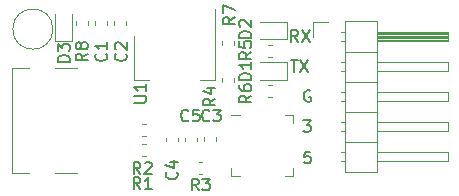
<source format=gbr>
%TF.GenerationSoftware,KiCad,Pcbnew,(5.1.6)-1*%
%TF.CreationDate,2020-07-24T23:52:19+08:00*%
%TF.ProjectId,USB_UART_CP2102,5553425f-5541-4525-945f-435032313032,rev?*%
%TF.SameCoordinates,Original*%
%TF.FileFunction,Legend,Top*%
%TF.FilePolarity,Positive*%
%FSLAX46Y46*%
G04 Gerber Fmt 4.6, Leading zero omitted, Abs format (unit mm)*
G04 Created by KiCad (PCBNEW (5.1.6)-1) date 2020-07-24 23:52:19*
%MOMM*%
%LPD*%
G01*
G04 APERTURE LIST*
%ADD10C,0.150000*%
%ADD11C,0.120000*%
G04 APERTURE END LIST*
D10*
X144344333Y-97244380D02*
X144011000Y-96768190D01*
X143772904Y-97244380D02*
X143772904Y-96244380D01*
X144153857Y-96244380D01*
X144249095Y-96292000D01*
X144296714Y-96339619D01*
X144344333Y-96434857D01*
X144344333Y-96577714D01*
X144296714Y-96672952D01*
X144249095Y-96720571D01*
X144153857Y-96768190D01*
X143772904Y-96768190D01*
X144677666Y-96244380D02*
X145344333Y-97244380D01*
X145344333Y-96244380D02*
X144677666Y-97244380D01*
X143749095Y-98784380D02*
X144320523Y-98784380D01*
X144034809Y-99784380D02*
X144034809Y-98784380D01*
X144558619Y-98784380D02*
X145225285Y-99784380D01*
X145225285Y-98784380D02*
X144558619Y-99784380D01*
X145407904Y-101372000D02*
X145312666Y-101324380D01*
X145169809Y-101324380D01*
X145026952Y-101372000D01*
X144931714Y-101467238D01*
X144884095Y-101562476D01*
X144836476Y-101752952D01*
X144836476Y-101895809D01*
X144884095Y-102086285D01*
X144931714Y-102181523D01*
X145026952Y-102276761D01*
X145169809Y-102324380D01*
X145265047Y-102324380D01*
X145407904Y-102276761D01*
X145455523Y-102229142D01*
X145455523Y-101895809D01*
X145265047Y-101895809D01*
X144812666Y-103864380D02*
X145431714Y-103864380D01*
X145098380Y-104245333D01*
X145241238Y-104245333D01*
X145336476Y-104292952D01*
X145384095Y-104340571D01*
X145431714Y-104435809D01*
X145431714Y-104673904D01*
X145384095Y-104769142D01*
X145336476Y-104816761D01*
X145241238Y-104864380D01*
X144955523Y-104864380D01*
X144860285Y-104816761D01*
X144812666Y-104769142D01*
X145384095Y-106531380D02*
X144907904Y-106531380D01*
X144860285Y-107007571D01*
X144907904Y-106959952D01*
X145003142Y-106912333D01*
X145241238Y-106912333D01*
X145336476Y-106959952D01*
X145384095Y-107007571D01*
X145431714Y-107102809D01*
X145431714Y-107340904D01*
X145384095Y-107436142D01*
X145336476Y-107483761D01*
X145241238Y-107531380D01*
X145003142Y-107531380D01*
X144907904Y-107483761D01*
X144860285Y-107436142D01*
D11*
%TO.C,REF\u002A\u002A*%
X123605000Y-96157000D02*
G75*
G03*
X123605000Y-96157000I-1700000J0D01*
G01*
%TO.C,R8*%
X125590000Y-95486221D02*
X125590000Y-95811779D01*
X126610000Y-95486221D02*
X126610000Y-95811779D01*
%TO.C,D3*%
X125235000Y-97134000D02*
X125235000Y-94849000D01*
X123765000Y-97134000D02*
X125235000Y-97134000D01*
X123765000Y-94849000D02*
X123765000Y-97134000D01*
%TO.C,J2*%
X145654000Y-95522000D02*
X146924000Y-95522000D01*
X145654000Y-96792000D02*
X145654000Y-95522000D01*
X147966929Y-107332000D02*
X148364000Y-107332000D01*
X147966929Y-106572000D02*
X148364000Y-106572000D01*
X157024000Y-107332000D02*
X151024000Y-107332000D01*
X157024000Y-106572000D02*
X157024000Y-107332000D01*
X151024000Y-106572000D02*
X157024000Y-106572000D01*
X148364000Y-105682000D02*
X151024000Y-105682000D01*
X147966929Y-104792000D02*
X148364000Y-104792000D01*
X147966929Y-104032000D02*
X148364000Y-104032000D01*
X157024000Y-104792000D02*
X151024000Y-104792000D01*
X157024000Y-104032000D02*
X157024000Y-104792000D01*
X151024000Y-104032000D02*
X157024000Y-104032000D01*
X148364000Y-103142000D02*
X151024000Y-103142000D01*
X147966929Y-102252000D02*
X148364000Y-102252000D01*
X147966929Y-101492000D02*
X148364000Y-101492000D01*
X157024000Y-102252000D02*
X151024000Y-102252000D01*
X157024000Y-101492000D02*
X157024000Y-102252000D01*
X151024000Y-101492000D02*
X157024000Y-101492000D01*
X148364000Y-100602000D02*
X151024000Y-100602000D01*
X147966929Y-99712000D02*
X148364000Y-99712000D01*
X147966929Y-98952000D02*
X148364000Y-98952000D01*
X157024000Y-99712000D02*
X151024000Y-99712000D01*
X157024000Y-98952000D02*
X157024000Y-99712000D01*
X151024000Y-98952000D02*
X157024000Y-98952000D01*
X148364000Y-98062000D02*
X151024000Y-98062000D01*
X148034000Y-97172000D02*
X148364000Y-97172000D01*
X148034000Y-96412000D02*
X148364000Y-96412000D01*
X151024000Y-97072000D02*
X157024000Y-97072000D01*
X151024000Y-96952000D02*
X157024000Y-96952000D01*
X151024000Y-96832000D02*
X157024000Y-96832000D01*
X151024000Y-96712000D02*
X157024000Y-96712000D01*
X151024000Y-96592000D02*
X157024000Y-96592000D01*
X151024000Y-96472000D02*
X157024000Y-96472000D01*
X157024000Y-97172000D02*
X151024000Y-97172000D01*
X157024000Y-96412000D02*
X157024000Y-97172000D01*
X151024000Y-96412000D02*
X157024000Y-96412000D01*
X151024000Y-95462000D02*
X148364000Y-95462000D01*
X151024000Y-108282000D02*
X151024000Y-95462000D01*
X148364000Y-108282000D02*
X151024000Y-108282000D01*
X148364000Y-95462000D02*
X148364000Y-108282000D01*
%TO.C,C1*%
X128210000Y-95811779D02*
X128210000Y-95486221D01*
X127190000Y-95811779D02*
X127190000Y-95486221D01*
%TO.C,C2*%
X128790000Y-95811779D02*
X128790000Y-95486221D01*
X129810000Y-95811779D02*
X129810000Y-95486221D01*
%TO.C,C3*%
X134790000Y-105337221D02*
X134790000Y-105662779D01*
X135810000Y-105337221D02*
X135810000Y-105662779D01*
%TO.C,C4*%
X134210000Y-105337221D02*
X134210000Y-105662779D01*
X133190000Y-105337221D02*
X133190000Y-105662779D01*
%TO.C,C5*%
X136390000Y-105650279D02*
X136390000Y-105324721D01*
X137410000Y-105650279D02*
X137410000Y-105324721D01*
%TO.C,D1*%
X143456000Y-98965000D02*
X141171000Y-98965000D01*
X143456000Y-100435000D02*
X143456000Y-98965000D01*
X141171000Y-100435000D02*
X143456000Y-100435000D01*
%TO.C,D2*%
X141171000Y-97019000D02*
X143456000Y-97019000D01*
X143456000Y-97019000D02*
X143456000Y-95549000D01*
X143456000Y-95549000D02*
X141171000Y-95549000D01*
%TO.C,J1*%
X120113000Y-108370000D02*
X120113000Y-99430000D01*
X125623000Y-108370000D02*
X123823000Y-108370000D01*
X120113000Y-108370000D02*
X121573000Y-108370000D01*
X120113000Y-99430000D02*
X121573000Y-99430000D01*
X125623000Y-99430000D02*
X123823000Y-99430000D01*
%TO.C,R1*%
X131462779Y-106910000D02*
X131137221Y-106910000D01*
X131462779Y-105890000D02*
X131137221Y-105890000D01*
%TO.C,R2*%
X131462779Y-104190000D02*
X131137221Y-104190000D01*
X131462779Y-105210000D02*
X131137221Y-105210000D01*
%TO.C,R3*%
X135937221Y-107390000D02*
X136262779Y-107390000D01*
X135937221Y-108410000D02*
X136262779Y-108410000D01*
%TO.C,R4*%
X138925000Y-100637779D02*
X138925000Y-100312221D01*
X137905000Y-100637779D02*
X137905000Y-100312221D01*
%TO.C,R5*%
X142133779Y-98510000D02*
X141808221Y-98510000D01*
X142133779Y-97490000D02*
X141808221Y-97490000D01*
%TO.C,R6*%
X142133779Y-100854000D02*
X141808221Y-100854000D01*
X142133779Y-101874000D02*
X141808221Y-101874000D01*
%TO.C,R7*%
X138925000Y-97137221D02*
X138925000Y-97462779D01*
X137905000Y-97137221D02*
X137905000Y-97462779D01*
%TO.C,U1*%
X130490000Y-100480000D02*
X131750000Y-100480000D01*
X137310000Y-100480000D02*
X136050000Y-100480000D01*
X130490000Y-96720000D02*
X130490000Y-100480000D01*
X137310000Y-94470000D02*
X137310000Y-100480000D01*
%TO.C,U2*%
X143221000Y-103390000D02*
X143946000Y-103390000D01*
X143946000Y-103390000D02*
X143946000Y-104115000D01*
X139451000Y-108610000D02*
X138726000Y-108610000D01*
X138726000Y-108610000D02*
X138726000Y-107885000D01*
X143221000Y-108610000D02*
X143946000Y-108610000D01*
X143946000Y-108610000D02*
X143946000Y-107885000D01*
X139451000Y-103390000D02*
X138726000Y-103390000D01*
%TO.C,R8*%
D10*
X126548380Y-98228666D02*
X126072190Y-98562000D01*
X126548380Y-98800095D02*
X125548380Y-98800095D01*
X125548380Y-98419142D01*
X125596000Y-98323904D01*
X125643619Y-98276285D01*
X125738857Y-98228666D01*
X125881714Y-98228666D01*
X125976952Y-98276285D01*
X126024571Y-98323904D01*
X126072190Y-98419142D01*
X126072190Y-98800095D01*
X125976952Y-97657238D02*
X125929333Y-97752476D01*
X125881714Y-97800095D01*
X125786476Y-97847714D01*
X125738857Y-97847714D01*
X125643619Y-97800095D01*
X125596000Y-97752476D01*
X125548380Y-97657238D01*
X125548380Y-97466761D01*
X125596000Y-97371523D01*
X125643619Y-97323904D01*
X125738857Y-97276285D01*
X125786476Y-97276285D01*
X125881714Y-97323904D01*
X125929333Y-97371523D01*
X125976952Y-97466761D01*
X125976952Y-97657238D01*
X126024571Y-97752476D01*
X126072190Y-97800095D01*
X126167428Y-97847714D01*
X126357904Y-97847714D01*
X126453142Y-97800095D01*
X126500761Y-97752476D01*
X126548380Y-97657238D01*
X126548380Y-97466761D01*
X126500761Y-97371523D01*
X126453142Y-97323904D01*
X126357904Y-97276285D01*
X126167428Y-97276285D01*
X126072190Y-97323904D01*
X126024571Y-97371523D01*
X125976952Y-97466761D01*
%TO.C,D3*%
X125024380Y-98927095D02*
X124024380Y-98927095D01*
X124024380Y-98689000D01*
X124072000Y-98546142D01*
X124167238Y-98450904D01*
X124262476Y-98403285D01*
X124452952Y-98355666D01*
X124595809Y-98355666D01*
X124786285Y-98403285D01*
X124881523Y-98450904D01*
X124976761Y-98546142D01*
X125024380Y-98689000D01*
X125024380Y-98927095D01*
X124024380Y-98022333D02*
X124024380Y-97403285D01*
X124405333Y-97736619D01*
X124405333Y-97593761D01*
X124452952Y-97498523D01*
X124500571Y-97450904D01*
X124595809Y-97403285D01*
X124833904Y-97403285D01*
X124929142Y-97450904D01*
X124976761Y-97498523D01*
X125024380Y-97593761D01*
X125024380Y-97879476D01*
X124976761Y-97974714D01*
X124929142Y-98022333D01*
%TO.C,C1*%
X128104142Y-98228666D02*
X128151761Y-98276285D01*
X128199380Y-98419142D01*
X128199380Y-98514380D01*
X128151761Y-98657238D01*
X128056523Y-98752476D01*
X127961285Y-98800095D01*
X127770809Y-98847714D01*
X127627952Y-98847714D01*
X127437476Y-98800095D01*
X127342238Y-98752476D01*
X127247000Y-98657238D01*
X127199380Y-98514380D01*
X127199380Y-98419142D01*
X127247000Y-98276285D01*
X127294619Y-98228666D01*
X128199380Y-97276285D02*
X128199380Y-97847714D01*
X128199380Y-97562000D02*
X127199380Y-97562000D01*
X127342238Y-97657238D01*
X127437476Y-97752476D01*
X127485095Y-97847714D01*
%TO.C,C2*%
X129755142Y-98228666D02*
X129802761Y-98276285D01*
X129850380Y-98419142D01*
X129850380Y-98514380D01*
X129802761Y-98657238D01*
X129707523Y-98752476D01*
X129612285Y-98800095D01*
X129421809Y-98847714D01*
X129278952Y-98847714D01*
X129088476Y-98800095D01*
X128993238Y-98752476D01*
X128898000Y-98657238D01*
X128850380Y-98514380D01*
X128850380Y-98419142D01*
X128898000Y-98276285D01*
X128945619Y-98228666D01*
X128945619Y-97847714D02*
X128898000Y-97800095D01*
X128850380Y-97704857D01*
X128850380Y-97466761D01*
X128898000Y-97371523D01*
X128945619Y-97323904D01*
X129040857Y-97276285D01*
X129136095Y-97276285D01*
X129278952Y-97323904D01*
X129850380Y-97895333D01*
X129850380Y-97276285D01*
%TO.C,C3*%
X136851333Y-103880142D02*
X136803714Y-103927761D01*
X136660857Y-103975380D01*
X136565619Y-103975380D01*
X136422761Y-103927761D01*
X136327523Y-103832523D01*
X136279904Y-103737285D01*
X136232285Y-103546809D01*
X136232285Y-103403952D01*
X136279904Y-103213476D01*
X136327523Y-103118238D01*
X136422761Y-103023000D01*
X136565619Y-102975380D01*
X136660857Y-102975380D01*
X136803714Y-103023000D01*
X136851333Y-103070619D01*
X137184666Y-102975380D02*
X137803714Y-102975380D01*
X137470380Y-103356333D01*
X137613238Y-103356333D01*
X137708476Y-103403952D01*
X137756095Y-103451571D01*
X137803714Y-103546809D01*
X137803714Y-103784904D01*
X137756095Y-103880142D01*
X137708476Y-103927761D01*
X137613238Y-103975380D01*
X137327523Y-103975380D01*
X137232285Y-103927761D01*
X137184666Y-103880142D01*
%TO.C,C4*%
X134073142Y-108261666D02*
X134120761Y-108309285D01*
X134168380Y-108452142D01*
X134168380Y-108547380D01*
X134120761Y-108690238D01*
X134025523Y-108785476D01*
X133930285Y-108833095D01*
X133739809Y-108880714D01*
X133596952Y-108880714D01*
X133406476Y-108833095D01*
X133311238Y-108785476D01*
X133216000Y-108690238D01*
X133168380Y-108547380D01*
X133168380Y-108452142D01*
X133216000Y-108309285D01*
X133263619Y-108261666D01*
X133501714Y-107404523D02*
X134168380Y-107404523D01*
X133120761Y-107642619D02*
X133835047Y-107880714D01*
X133835047Y-107261666D01*
%TO.C,C5*%
X135073333Y-103880142D02*
X135025714Y-103927761D01*
X134882857Y-103975380D01*
X134787619Y-103975380D01*
X134644761Y-103927761D01*
X134549523Y-103832523D01*
X134501904Y-103737285D01*
X134454285Y-103546809D01*
X134454285Y-103403952D01*
X134501904Y-103213476D01*
X134549523Y-103118238D01*
X134644761Y-103023000D01*
X134787619Y-102975380D01*
X134882857Y-102975380D01*
X135025714Y-103023000D01*
X135073333Y-103070619D01*
X135978095Y-102975380D02*
X135501904Y-102975380D01*
X135454285Y-103451571D01*
X135501904Y-103403952D01*
X135597142Y-103356333D01*
X135835238Y-103356333D01*
X135930476Y-103403952D01*
X135978095Y-103451571D01*
X136025714Y-103546809D01*
X136025714Y-103784904D01*
X135978095Y-103880142D01*
X135930476Y-103927761D01*
X135835238Y-103975380D01*
X135597142Y-103975380D01*
X135501904Y-103927761D01*
X135454285Y-103880142D01*
%TO.C,D1*%
X140391380Y-100451095D02*
X139391380Y-100451095D01*
X139391380Y-100213000D01*
X139439000Y-100070142D01*
X139534238Y-99974904D01*
X139629476Y-99927285D01*
X139819952Y-99879666D01*
X139962809Y-99879666D01*
X140153285Y-99927285D01*
X140248523Y-99974904D01*
X140343761Y-100070142D01*
X140391380Y-100213000D01*
X140391380Y-100451095D01*
X140391380Y-98927285D02*
X140391380Y-99498714D01*
X140391380Y-99213000D02*
X139391380Y-99213000D01*
X139534238Y-99308238D01*
X139629476Y-99403476D01*
X139677095Y-99498714D01*
%TO.C,D2*%
X140391380Y-96895095D02*
X139391380Y-96895095D01*
X139391380Y-96657000D01*
X139439000Y-96514142D01*
X139534238Y-96418904D01*
X139629476Y-96371285D01*
X139819952Y-96323666D01*
X139962809Y-96323666D01*
X140153285Y-96371285D01*
X140248523Y-96418904D01*
X140343761Y-96514142D01*
X140391380Y-96657000D01*
X140391380Y-96895095D01*
X139486619Y-95942714D02*
X139439000Y-95895095D01*
X139391380Y-95799857D01*
X139391380Y-95561761D01*
X139439000Y-95466523D01*
X139486619Y-95418904D01*
X139581857Y-95371285D01*
X139677095Y-95371285D01*
X139819952Y-95418904D01*
X140391380Y-95990333D01*
X140391380Y-95371285D01*
%TO.C,R1*%
X131009333Y-109690380D02*
X130676000Y-109214190D01*
X130437904Y-109690380D02*
X130437904Y-108690380D01*
X130818857Y-108690380D01*
X130914095Y-108738000D01*
X130961714Y-108785619D01*
X131009333Y-108880857D01*
X131009333Y-109023714D01*
X130961714Y-109118952D01*
X130914095Y-109166571D01*
X130818857Y-109214190D01*
X130437904Y-109214190D01*
X131961714Y-109690380D02*
X131390285Y-109690380D01*
X131676000Y-109690380D02*
X131676000Y-108690380D01*
X131580761Y-108833238D01*
X131485523Y-108928476D01*
X131390285Y-108976095D01*
%TO.C,R2*%
X131009333Y-108420380D02*
X130676000Y-107944190D01*
X130437904Y-108420380D02*
X130437904Y-107420380D01*
X130818857Y-107420380D01*
X130914095Y-107468000D01*
X130961714Y-107515619D01*
X131009333Y-107610857D01*
X131009333Y-107753714D01*
X130961714Y-107848952D01*
X130914095Y-107896571D01*
X130818857Y-107944190D01*
X130437904Y-107944190D01*
X131390285Y-107515619D02*
X131437904Y-107468000D01*
X131533142Y-107420380D01*
X131771238Y-107420380D01*
X131866476Y-107468000D01*
X131914095Y-107515619D01*
X131961714Y-107610857D01*
X131961714Y-107706095D01*
X131914095Y-107848952D01*
X131342666Y-108420380D01*
X131961714Y-108420380D01*
%TO.C,R3*%
X135933333Y-109817380D02*
X135600000Y-109341190D01*
X135361904Y-109817380D02*
X135361904Y-108817380D01*
X135742857Y-108817380D01*
X135838095Y-108865000D01*
X135885714Y-108912619D01*
X135933333Y-109007857D01*
X135933333Y-109150714D01*
X135885714Y-109245952D01*
X135838095Y-109293571D01*
X135742857Y-109341190D01*
X135361904Y-109341190D01*
X136266666Y-108817380D02*
X136885714Y-108817380D01*
X136552380Y-109198333D01*
X136695238Y-109198333D01*
X136790476Y-109245952D01*
X136838095Y-109293571D01*
X136885714Y-109388809D01*
X136885714Y-109626904D01*
X136838095Y-109722142D01*
X136790476Y-109769761D01*
X136695238Y-109817380D01*
X136409523Y-109817380D01*
X136314285Y-109769761D01*
X136266666Y-109722142D01*
%TO.C,R4*%
X137343380Y-102038666D02*
X136867190Y-102372000D01*
X137343380Y-102610095D02*
X136343380Y-102610095D01*
X136343380Y-102229142D01*
X136391000Y-102133904D01*
X136438619Y-102086285D01*
X136533857Y-102038666D01*
X136676714Y-102038666D01*
X136771952Y-102086285D01*
X136819571Y-102133904D01*
X136867190Y-102229142D01*
X136867190Y-102610095D01*
X136676714Y-101181523D02*
X137343380Y-101181523D01*
X136295761Y-101419619D02*
X137010047Y-101657714D01*
X137010047Y-101038666D01*
%TO.C,R5*%
X140391380Y-98101666D02*
X139915190Y-98435000D01*
X140391380Y-98673095D02*
X139391380Y-98673095D01*
X139391380Y-98292142D01*
X139439000Y-98196904D01*
X139486619Y-98149285D01*
X139581857Y-98101666D01*
X139724714Y-98101666D01*
X139819952Y-98149285D01*
X139867571Y-98196904D01*
X139915190Y-98292142D01*
X139915190Y-98673095D01*
X139391380Y-97196904D02*
X139391380Y-97673095D01*
X139867571Y-97720714D01*
X139819952Y-97673095D01*
X139772333Y-97577857D01*
X139772333Y-97339761D01*
X139819952Y-97244523D01*
X139867571Y-97196904D01*
X139962809Y-97149285D01*
X140200904Y-97149285D01*
X140296142Y-97196904D01*
X140343761Y-97244523D01*
X140391380Y-97339761D01*
X140391380Y-97577857D01*
X140343761Y-97673095D01*
X140296142Y-97720714D01*
%TO.C,R6*%
X140391380Y-101784666D02*
X139915190Y-102118000D01*
X140391380Y-102356095D02*
X139391380Y-102356095D01*
X139391380Y-101975142D01*
X139439000Y-101879904D01*
X139486619Y-101832285D01*
X139581857Y-101784666D01*
X139724714Y-101784666D01*
X139819952Y-101832285D01*
X139867571Y-101879904D01*
X139915190Y-101975142D01*
X139915190Y-102356095D01*
X139391380Y-100927523D02*
X139391380Y-101118000D01*
X139439000Y-101213238D01*
X139486619Y-101260857D01*
X139629476Y-101356095D01*
X139819952Y-101403714D01*
X140200904Y-101403714D01*
X140296142Y-101356095D01*
X140343761Y-101308476D01*
X140391380Y-101213238D01*
X140391380Y-101022761D01*
X140343761Y-100927523D01*
X140296142Y-100879904D01*
X140200904Y-100832285D01*
X139962809Y-100832285D01*
X139867571Y-100879904D01*
X139819952Y-100927523D01*
X139772333Y-101022761D01*
X139772333Y-101213238D01*
X139819952Y-101308476D01*
X139867571Y-101356095D01*
X139962809Y-101403714D01*
%TO.C,R7*%
X138994380Y-95153666D02*
X138518190Y-95487000D01*
X138994380Y-95725095D02*
X137994380Y-95725095D01*
X137994380Y-95344142D01*
X138042000Y-95248904D01*
X138089619Y-95201285D01*
X138184857Y-95153666D01*
X138327714Y-95153666D01*
X138422952Y-95201285D01*
X138470571Y-95248904D01*
X138518190Y-95344142D01*
X138518190Y-95725095D01*
X137994380Y-94820333D02*
X137994380Y-94153666D01*
X138994380Y-94582238D01*
%TO.C,U1*%
X130501380Y-102379904D02*
X131310904Y-102379904D01*
X131406142Y-102332285D01*
X131453761Y-102284666D01*
X131501380Y-102189428D01*
X131501380Y-101998952D01*
X131453761Y-101903714D01*
X131406142Y-101856095D01*
X131310904Y-101808476D01*
X130501380Y-101808476D01*
X131501380Y-100808476D02*
X131501380Y-101379904D01*
X131501380Y-101094190D02*
X130501380Y-101094190D01*
X130644238Y-101189428D01*
X130739476Y-101284666D01*
X130787095Y-101379904D01*
%TD*%
M02*

</source>
